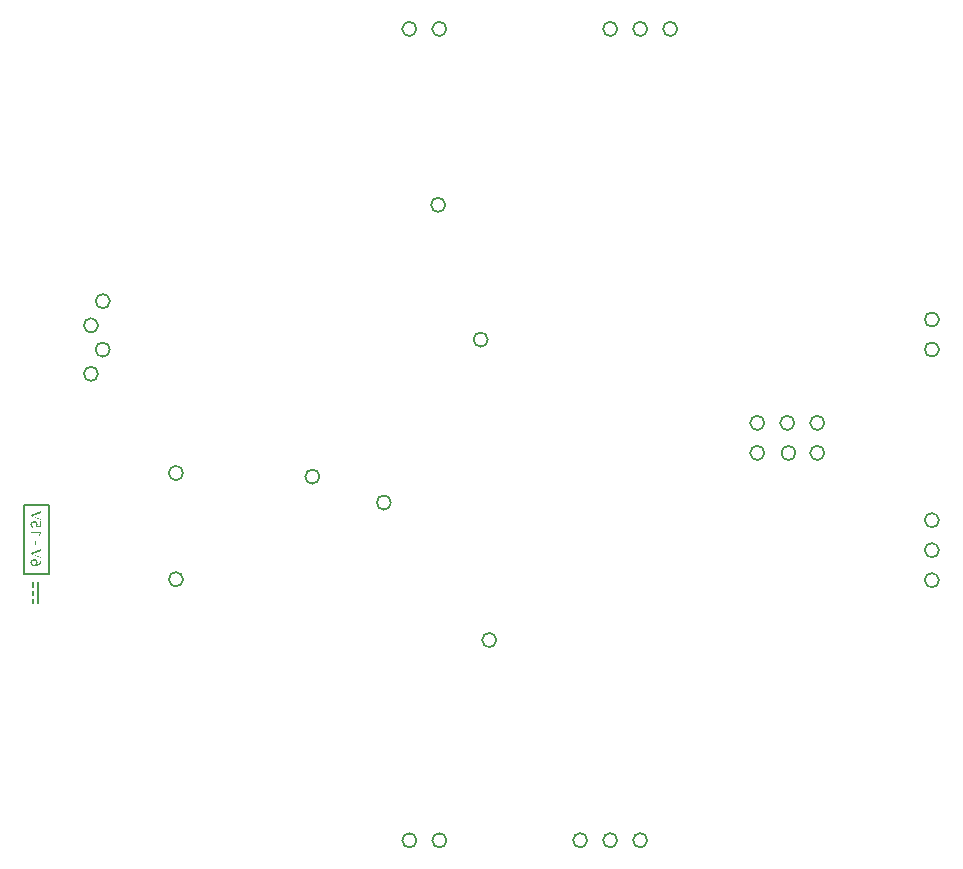
<source format=gbo>
G04*
G04 #@! TF.GenerationSoftware,Altium Limited,Altium NEXUS,1.1.6 (48)*
G04*
G04 Layer_Color=32896*
%FSLAX44Y44*%
%MOMM*%
G71*
G01*
G75*
%ADD10C,0.1500*%
%ADD11C,0.2000*%
G36*
X-409028Y-66648D02*
X-416471Y-69228D01*
X-409028Y-71794D01*
Y-73091D01*
X-418050Y-69750D01*
Y-68692D01*
X-409028Y-65351D01*
Y-66648D01*
D02*
G37*
G36*
X-414935Y-73781D02*
X-414695Y-73795D01*
X-414469Y-73838D01*
X-414258Y-73880D01*
X-414061Y-73937D01*
X-413877Y-73993D01*
X-413708Y-74063D01*
X-413553Y-74134D01*
X-413426Y-74204D01*
X-413313Y-74275D01*
X-413201Y-74331D01*
X-413130Y-74388D01*
X-413060Y-74430D01*
X-413017Y-74472D01*
X-412989Y-74486D01*
X-412975Y-74500D01*
X-412834Y-74641D01*
X-412707Y-74796D01*
X-412594Y-74951D01*
X-412496Y-75107D01*
X-412425Y-75276D01*
X-412355Y-75431D01*
X-412256Y-75741D01*
X-412200Y-76023D01*
X-412186Y-76136D01*
X-412172Y-76248D01*
X-412157Y-76333D01*
Y-76446D01*
X-412172Y-76756D01*
X-412214Y-77038D01*
X-412284Y-77291D01*
X-412355Y-77517D01*
X-412425Y-77700D01*
X-412496Y-77841D01*
X-412510Y-77884D01*
X-412538Y-77926D01*
X-412552Y-77940D01*
Y-77954D01*
X-410085Y-77672D01*
Y-74035D01*
X-409028D01*
Y-78645D01*
X-413539Y-79110D01*
X-413764Y-78194D01*
X-413525Y-77884D01*
X-413412Y-77714D01*
X-413327Y-77517D01*
X-413271Y-77334D01*
X-413229Y-77137D01*
X-413201Y-76967D01*
X-413186Y-76840D01*
Y-76714D01*
X-413215Y-76417D01*
X-413271Y-76164D01*
X-413356Y-75938D01*
X-413454Y-75755D01*
X-413567Y-75600D01*
X-413652Y-75487D01*
X-413708Y-75431D01*
X-413736Y-75402D01*
X-413962Y-75233D01*
X-414202Y-75121D01*
X-414441Y-75036D01*
X-414681Y-74966D01*
X-414878Y-74937D01*
X-415047Y-74923D01*
X-415118Y-74909D01*
X-415160D01*
X-415188D01*
X-415202D01*
X-415541Y-74923D01*
X-415837Y-74980D01*
X-416105Y-75050D01*
X-416316Y-75135D01*
X-416485Y-75233D01*
X-416612Y-75304D01*
X-416683Y-75360D01*
X-416711Y-75374D01*
X-416894Y-75558D01*
X-417021Y-75755D01*
X-417120Y-75966D01*
X-417176Y-76164D01*
X-417218Y-76347D01*
X-417232Y-76488D01*
X-417246Y-76544D01*
Y-76615D01*
X-417232Y-76883D01*
X-417190Y-77108D01*
X-417120Y-77306D01*
X-417049Y-77475D01*
X-416993Y-77616D01*
X-416922Y-77714D01*
X-416880Y-77771D01*
X-416866Y-77799D01*
X-416697Y-77954D01*
X-416513Y-78067D01*
X-416316Y-78166D01*
X-416119Y-78236D01*
X-415950Y-78292D01*
X-415808Y-78321D01*
X-415752Y-78335D01*
X-415710Y-78349D01*
X-415696D01*
X-415682D01*
Y-79434D01*
X-415893Y-79406D01*
X-416091Y-79364D01*
X-416457Y-79251D01*
X-416781Y-79110D01*
X-417035Y-78955D01*
X-417148Y-78885D01*
X-417246Y-78814D01*
X-417331Y-78758D01*
X-417387Y-78687D01*
X-417444Y-78645D01*
X-417486Y-78603D01*
X-417500Y-78589D01*
X-417514Y-78574D01*
X-417627Y-78433D01*
X-417726Y-78264D01*
X-417895Y-77940D01*
X-418008Y-77616D01*
X-418092Y-77306D01*
X-418134Y-77038D01*
X-418163Y-76911D01*
Y-76812D01*
X-418177Y-76728D01*
Y-76615D01*
X-418163Y-76375D01*
X-418149Y-76136D01*
X-418106Y-75924D01*
X-418050Y-75727D01*
X-417994Y-75543D01*
X-417923Y-75360D01*
X-417853Y-75205D01*
X-417782Y-75064D01*
X-417712Y-74937D01*
X-417641Y-74839D01*
X-417571Y-74740D01*
X-417514Y-74669D01*
X-417458Y-74599D01*
X-417416Y-74557D01*
X-417402Y-74543D01*
X-417387Y-74528D01*
X-417232Y-74388D01*
X-417063Y-74275D01*
X-416880Y-74176D01*
X-416711Y-74092D01*
X-416344Y-73951D01*
X-415992Y-73866D01*
X-415823Y-73824D01*
X-415668Y-73810D01*
X-415541Y-73795D01*
X-415414Y-73781D01*
X-415315Y-73767D01*
X-415245D01*
X-415202D01*
X-415188D01*
X-414935Y-73781D01*
D02*
G37*
G36*
X-408986Y-83170D02*
X-410212Y-86455D01*
X-411255D01*
X-410409Y-84143D01*
X-418050D01*
Y-82987D01*
X-408986D01*
Y-83170D01*
D02*
G37*
G36*
X-413750Y-93912D02*
X-414681D01*
Y-90895D01*
X-413750D01*
Y-93912D01*
D02*
G37*
G36*
X-409028Y-98747D02*
X-416471Y-101327D01*
X-409028Y-103893D01*
Y-105190D01*
X-418050Y-101848D01*
Y-100791D01*
X-409028Y-97450D01*
Y-98747D01*
D02*
G37*
G36*
X-414878Y-105979D02*
X-414653Y-105993D01*
X-414230Y-106078D01*
X-414046Y-106134D01*
X-413863Y-106190D01*
X-413708Y-106247D01*
X-413553Y-106317D01*
X-413426Y-106388D01*
X-413313Y-106444D01*
X-413201Y-106501D01*
X-413130Y-106557D01*
X-413060Y-106599D01*
X-413017Y-106642D01*
X-412989Y-106656D01*
X-412975Y-106670D01*
X-412834Y-106811D01*
X-412693Y-106952D01*
X-412594Y-107107D01*
X-412496Y-107262D01*
X-412411Y-107417D01*
X-412341Y-107572D01*
X-412242Y-107868D01*
X-412186Y-108136D01*
X-412172Y-108249D01*
X-412157Y-108347D01*
X-412143Y-108432D01*
Y-108545D01*
X-412157Y-108770D01*
X-412172Y-108982D01*
X-412214Y-109179D01*
X-412270Y-109376D01*
X-412397Y-109700D01*
X-412482Y-109856D01*
X-412552Y-109983D01*
X-412623Y-110095D01*
X-412707Y-110208D01*
X-412778Y-110293D01*
X-412834Y-110363D01*
X-412891Y-110420D01*
X-412919Y-110462D01*
X-412947Y-110476D01*
X-412961Y-110490D01*
X-412707Y-110462D01*
X-412468Y-110420D01*
X-412242Y-110363D01*
X-412045Y-110307D01*
X-411847Y-110236D01*
X-411664Y-110152D01*
X-411509Y-110081D01*
X-411368Y-109997D01*
X-411241Y-109912D01*
X-411128Y-109841D01*
X-411030Y-109771D01*
X-410945Y-109715D01*
X-410889Y-109658D01*
X-410846Y-109616D01*
X-410818Y-109602D01*
X-410804Y-109588D01*
X-410663Y-109433D01*
X-410550Y-109263D01*
X-410438Y-109094D01*
X-410353Y-108911D01*
X-410212Y-108559D01*
X-410113Y-108220D01*
X-410071Y-108051D01*
X-410057Y-107910D01*
X-410029Y-107783D01*
X-410015Y-107671D01*
Y-107572D01*
X-410001Y-107501D01*
Y-107234D01*
X-409028D01*
Y-107445D01*
X-409056Y-107826D01*
X-409098Y-108178D01*
X-409169Y-108516D01*
X-409253Y-108827D01*
X-409366Y-109108D01*
X-409479Y-109362D01*
X-409592Y-109602D01*
X-409719Y-109813D01*
X-409846Y-109997D01*
X-409958Y-110152D01*
X-410071Y-110293D01*
X-410170Y-110405D01*
X-410254Y-110490D01*
X-410325Y-110546D01*
X-410367Y-110589D01*
X-410381Y-110603D01*
X-410635Y-110786D01*
X-410917Y-110955D01*
X-411213Y-111096D01*
X-411523Y-111209D01*
X-411847Y-111322D01*
X-412157Y-111406D01*
X-412468Y-111477D01*
X-412778Y-111533D01*
X-413060Y-111575D01*
X-413327Y-111604D01*
X-413567Y-111632D01*
X-413779Y-111646D01*
X-413948D01*
X-414075Y-111660D01*
X-414159D01*
X-414173D01*
X-414187D01*
X-414624D01*
X-414906Y-111646D01*
X-415188Y-111632D01*
X-415442Y-111589D01*
X-415682Y-111533D01*
X-415907Y-111477D01*
X-416119Y-111406D01*
X-416316Y-111336D01*
X-416499Y-111251D01*
X-416654Y-111181D01*
X-416795Y-111110D01*
X-416908Y-111040D01*
X-417007Y-110983D01*
X-417091Y-110927D01*
X-417148Y-110885D01*
X-417176Y-110871D01*
X-417190Y-110857D01*
X-417359Y-110701D01*
X-417514Y-110532D01*
X-417641Y-110363D01*
X-417754Y-110194D01*
X-417853Y-110011D01*
X-417937Y-109841D01*
X-418008Y-109672D01*
X-418050Y-109503D01*
X-418092Y-109348D01*
X-418120Y-109207D01*
X-418149Y-109080D01*
X-418163Y-108968D01*
X-418177Y-108883D01*
Y-108756D01*
X-418163Y-108531D01*
X-418134Y-108305D01*
X-418106Y-108094D01*
X-418050Y-107896D01*
X-417980Y-107727D01*
X-417909Y-107558D01*
X-417839Y-107403D01*
X-417754Y-107262D01*
X-417683Y-107135D01*
X-417613Y-107036D01*
X-417542Y-106938D01*
X-417472Y-106867D01*
X-417416Y-106811D01*
X-417387Y-106754D01*
X-417359Y-106740D01*
X-417345Y-106726D01*
X-417176Y-106585D01*
X-417007Y-106472D01*
X-416824Y-106374D01*
X-416640Y-106289D01*
X-416274Y-106148D01*
X-415921Y-106063D01*
X-415752Y-106021D01*
X-415597Y-106007D01*
X-415470Y-105993D01*
X-415343Y-105979D01*
X-415245Y-105965D01*
X-415174D01*
X-415132D01*
X-415118D01*
X-414878Y-105979D01*
D02*
G37*
%LPC*%
G36*
X-415019Y-107107D02*
X-415090D01*
X-415132D01*
X-415160D01*
X-415174D01*
X-415498Y-107121D01*
X-415794Y-107177D01*
X-416048Y-107248D01*
X-416260Y-107318D01*
X-416429Y-107403D01*
X-416556Y-107473D01*
X-416626Y-107530D01*
X-416654Y-107544D01*
X-416838Y-107727D01*
X-416979Y-107910D01*
X-417063Y-108122D01*
X-417134Y-108319D01*
X-417176Y-108488D01*
X-417190Y-108629D01*
X-417204Y-108686D01*
Y-108756D01*
X-417190Y-108897D01*
X-417176Y-109024D01*
X-417105Y-109278D01*
X-416993Y-109489D01*
X-416866Y-109672D01*
X-416753Y-109827D01*
X-416640Y-109926D01*
X-416570Y-109997D01*
X-416542Y-110025D01*
X-416274Y-110194D01*
X-415978Y-110307D01*
X-415682Y-110391D01*
X-415400Y-110462D01*
X-415146Y-110490D01*
X-415047Y-110504D01*
X-414949D01*
X-414864Y-110518D01*
X-414808D01*
X-414780D01*
X-414765D01*
X-414342D01*
X-414159Y-110434D01*
X-413990Y-110321D01*
X-413835Y-110208D01*
X-413708Y-110095D01*
X-413609Y-109997D01*
X-413525Y-109912D01*
X-413483Y-109841D01*
X-413468Y-109827D01*
X-413356Y-109644D01*
X-413271Y-109447D01*
X-413201Y-109263D01*
X-413158Y-109094D01*
X-413130Y-108953D01*
X-413116Y-108841D01*
Y-108742D01*
X-413144Y-108474D01*
X-413201Y-108235D01*
X-413299Y-108037D01*
X-413398Y-107868D01*
X-413511Y-107741D01*
X-413609Y-107642D01*
X-413666Y-107572D01*
X-413694Y-107558D01*
X-413919Y-107403D01*
X-414159Y-107290D01*
X-414413Y-107219D01*
X-414638Y-107163D01*
X-414850Y-107135D01*
X-415019Y-107107D01*
D02*
G37*
%LPD*%
D10*
X-289000Y-123000D02*
G03*
X-289000Y-123000I-6000J0D01*
G01*
X53200Y-344000D02*
G03*
X53200Y-344000I-6000J0D01*
G01*
X351000Y-123800D02*
G03*
X351000Y-123800I-6000J0D01*
G01*
X-289000Y-33000D02*
G03*
X-289000Y-33000I-6000J0D01*
G01*
X129400Y343000D02*
G03*
X129400Y343000I-6000J0D01*
G01*
X78600D02*
G03*
X78600Y343000I-6000J0D01*
G01*
X351000Y-73000D02*
G03*
X351000Y-73000I-6000J0D01*
G01*
X-66000Y-344000D02*
G03*
X-66000Y-344000I-6000J0D01*
G01*
X104000Y343000D02*
G03*
X104000Y343000I-6000J0D01*
G01*
X351000Y-98400D02*
G03*
X351000Y-98400I-6000J0D01*
G01*
X-91400Y-344000D02*
G03*
X-91400Y-344000I-6000J0D01*
G01*
Y343000D02*
G03*
X-91400Y343000I-6000J0D01*
G01*
X351000Y97000D02*
G03*
X351000Y97000I-6000J0D01*
G01*
X104000Y-344000D02*
G03*
X104000Y-344000I-6000J0D01*
G01*
X-66000Y343000D02*
G03*
X-66000Y343000I-6000J0D01*
G01*
X351000Y71600D02*
G03*
X351000Y71600I-6000J0D01*
G01*
X78600Y-344000D02*
G03*
X78600Y-344000I-6000J0D01*
G01*
X-351000Y112500D02*
G03*
X-351000Y112500I-6000J0D01*
G01*
X-361000Y92000D02*
G03*
X-361000Y92000I-6000J0D01*
G01*
X-351000Y71500D02*
G03*
X-351000Y71500I-6000J0D01*
G01*
X-361000Y51000D02*
G03*
X-361000Y51000I-6000J0D01*
G01*
X-67000Y194100D02*
G03*
X-67000Y194100I-6000J0D01*
G01*
X-23800Y-174400D02*
G03*
X-23800Y-174400I-6000J0D01*
G01*
X-113000Y-58000D02*
G03*
X-113000Y-58000I-6000J0D01*
G01*
X228600Y9400D02*
G03*
X228600Y9400I-6000J0D01*
G01*
X203200D02*
G03*
X203200Y9400I-6000J0D01*
G01*
X254000D02*
G03*
X254000Y9400I-6000J0D01*
G01*
X203200Y-16000D02*
G03*
X203200Y-16000I-6000J0D01*
G01*
X229600D02*
G03*
X229600Y-16000I-6000J0D01*
G01*
X254000D02*
G03*
X254000Y-16000I-6000J0D01*
G01*
X-31000Y80000D02*
G03*
X-31000Y80000I-6000J0D01*
G01*
X-173500Y-36000D02*
G03*
X-173500Y-36000I-6000J0D01*
G01*
D11*
X-402550Y-118160D02*
Y-60160D01*
X-423550Y-118160D02*
Y-60160D01*
Y-118160D02*
X-402550D01*
X-423550Y-60160D02*
X-402550D01*
X-415650Y-143100D02*
Y-139350D01*
Y-129350D02*
Y-125600D01*
Y-136225D02*
Y-132475D01*
X-411900Y-143100D02*
Y-125600D01*
M02*

</source>
